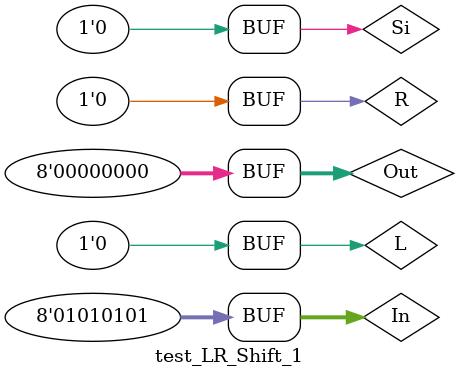
<source format=v>
`timescale 1ns / 1ps


module test_LR_Shift_1;

	// Inputs
	reg Si;
	reg L;
	reg R;
	reg [7:0] In;

	// Outputs
	reg [7:0] Out;

	// Instantiate the Unit Under Test (UUT)
	LRShift_1 uut (
		.Si(Si), 
		.L(L), 
		.R(R), 
		.In(In), 
		.Out(Out)
	);

	initial 
	
	$monitor("Out=%b", uut.Out) ; 

	initial begin
		// Initialize Inputs
		Si = 1'b0;
		L = 1'b0;
		R = 1'b0;
		In = 8'b00000000;
		Out = 8'b00000000;
		
		// Wait 100 ns for global reset to finish
		#100;
		
		In = 8'b11111111;  // Test load a value and deafault 00
		
		#10 R = 1'b1;  Si = 1'b0;  // Test shift right 
		
		
		#10 R = 1'b0 ; L = 1'b1;  Si = 1'b0 ;  // Test shift left 

		
		#10 R = 1'b1 ; L = 1'b1; In = 8'b10101010;// Test deafult with 11 
		
		#10 R = 1'b0 ; L = 1'b0; In = 8'b01010101;// Test deafult with 00

		
        
		// Add stimulus here

	end
      
endmodule





</source>
